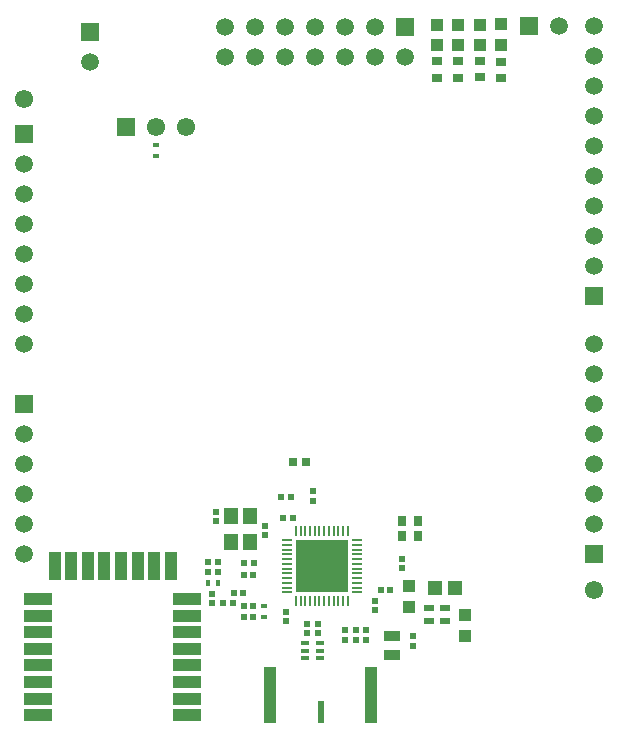
<source format=gbr>
%FSTAX23Y23*%
%MOMM*%
%SFA1B1*%

%IPPOS*%
%ADD11R,0.699999X0.899998*%
%ADD12R,0.519999X0.519999*%
%ADD13R,0.899998X0.699999*%
%ADD14R,0.649999X0.749999*%
%ADD15R,1.099998X1.099998*%
%ADD16R,0.519999X0.519999*%
%ADD17R,1.349997X0.949998*%
%ADD18R,1.299997X1.149998*%
%ADD19R,0.549999X0.449999*%
%ADD20R,0.449999X0.549999*%
%ADD21R,1.149998X1.399997*%
%ADD22R,0.999998X0.999998*%
%ADD23R,0.799998X0.299999*%
%ADD24R,0.849998X0.599999*%
%ADD25R,0.200000X0.899998*%
%ADD26R,0.899998X0.200000*%
%ADD27R,4.399991X4.399991*%
%ADD28R,1.019998X4.749991*%
%ADD29R,0.509999X1.909996*%
%ADD30R,0.999998X2.450095*%
%ADD31R,2.450095X0.999998*%
%ADD44R,1.499997X1.499997*%
%ADD45C,1.499997*%
%ADD46C,1.549997*%
%ADD47R,1.549997X1.549997*%
%ADD48R,1.499997X1.499997*%
G54D11*
X33499Y15824D03*
X34899D03*
X33474Y17124D03*
X34874D03*
G54D12*
X33499Y13149D03*
Y13949D03*
X25974Y18849D03*
Y19649D03*
X31249Y10399D03*
Y09599D03*
X34474Y07374D03*
Y06574D03*
X17424Y10949D03*
Y10149D03*
X17049Y13649D03*
Y12849D03*
X17974Y13649D03*
Y12849D03*
X23674Y09449D03*
Y08649D03*
X21924Y16724D03*
Y15924D03*
X17749Y17124D03*
Y17924D03*
X29599Y07874D03*
Y07074D03*
X30474Y07874D03*
Y07074D03*
X26374Y08424D03*
Y07624D03*
X25474Y08424D03*
Y07624D03*
X28724Y07074D03*
Y07874D03*
G54D13*
X36474Y54649D03*
Y56049D03*
X40091Y54699D03*
Y56099D03*
X38283Y54649D03*
Y56049D03*
X41899Y54624D03*
Y56024D03*
G54D14*
X24249Y22099D03*
X25349D03*
G54D15*
X34149Y09849D03*
Y11649D03*
X38849Y09199D03*
Y07399D03*
G54D16*
X31699Y11299D03*
X32499D03*
X24074Y19149D03*
X23274D03*
X24274Y17349D03*
X23474D03*
X20899Y09899D03*
X20099D03*
X19174Y10149D03*
X18374D03*
X20099Y08999D03*
X20899D03*
X20049Y11049D03*
X19249D03*
X20899Y12599D03*
X20099D03*
X20949Y13599D03*
X20149D03*
G54D17*
X32674Y05774D03*
Y07374D03*
G54D18*
X36324Y11424D03*
X38024D03*
G54D19*
X21799Y08999D03*
Y09899D03*
X127Y48049D03*
Y48949D03*
G54D20*
X17049Y11899D03*
X17949D03*
G54D21*
X19074Y17549D03*
Y15349D03*
X20674Y17549D03*
Y15349D03*
G54D22*
X38283Y57449D03*
Y59149D03*
X36474Y57449D03*
Y59149D03*
X40091Y57449D03*
Y59149D03*
X419Y57474D03*
Y59174D03*
G54D23*
X25274Y05499D03*
Y06124D03*
Y06774D03*
X26574Y05499D03*
Y06124D03*
Y06774D03*
G54D24*
X37124Y08674D03*
X35774D03*
X37124Y09774D03*
X35774D03*
G54D25*
X28924Y16249D03*
X28124D03*
X27324D03*
X26524D03*
X25724D03*
X24924D03*
X24524D03*
X25324D03*
X26124D03*
X26924D03*
X27724D03*
X28524D03*
X24524Y10349D03*
X25324D03*
X26124D03*
X26924D03*
X27724D03*
X28524D03*
X28924D03*
X28124D03*
X27324D03*
X26524D03*
X25724D03*
X24924D03*
G54D26*
X29674Y11099D03*
Y11899D03*
Y127D03*
Y13499D03*
Y14299D03*
Y15099D03*
Y15499D03*
Y14699D03*
Y13899D03*
Y13099D03*
Y12299D03*
Y11499D03*
X23774Y15099D03*
Y14299D03*
Y13499D03*
Y127D03*
Y11899D03*
Y11099D03*
Y11499D03*
Y12299D03*
Y13099D03*
Y13899D03*
Y14699D03*
Y15499D03*
G54D27*
X26724Y13299D03*
G54D28*
X22379Y02374D03*
X30879D03*
G54D29*
X26629Y00954D03*
G54D30*
X12525Y13299D03*
X13925D03*
X11124D03*
X09724D03*
X08325D03*
X06925D03*
X05525D03*
X04125D03*
G54D31*
X15325Y10499D03*
Y091D03*
Y07699D03*
Y06299D03*
Y04899D03*
Y03499D03*
X02724Y10499D03*
Y091D03*
Y07699D03*
Y06299D03*
Y04899D03*
Y021D03*
Y03499D03*
X15325Y021D03*
Y007D03*
X02724D03*
G54D44*
X44259Y58999D03*
X33739Y58939D03*
G54D45*
X46799Y58999D03*
X07099Y55984D03*
X49759Y16839D03*
Y19379D03*
Y21919D03*
Y24459D03*
Y26999D03*
Y29539D03*
Y32079D03*
X01499Y24459D03*
Y21919D03*
Y19379D03*
Y16839D03*
Y14299D03*
X49759Y41219D03*
Y58999D03*
Y56459D03*
Y53919D03*
Y51379D03*
Y48839D03*
Y46299D03*
Y43759D03*
Y38679D03*
X01499Y47319D03*
Y44779D03*
Y42239D03*
Y39699D03*
Y37159D03*
Y34619D03*
Y32079D03*
X18499Y56399D03*
Y58939D03*
X21039Y56399D03*
Y58939D03*
X23579Y56399D03*
Y58939D03*
X26119Y56399D03*
Y58939D03*
X28659Y56399D03*
Y58939D03*
X31199Y56399D03*
Y58939D03*
X33739Y56399D03*
G54D46*
X49759Y11324D03*
X01499Y52849D03*
X12689Y50449D03*
X15229D03*
G54D47*
X10149Y50449D03*
G54D48*
X07099Y58524D03*
X49759Y14299D03*
X01499Y26999D03*
X49759Y36139D03*
X01499Y49859D03*
M02*
</source>
